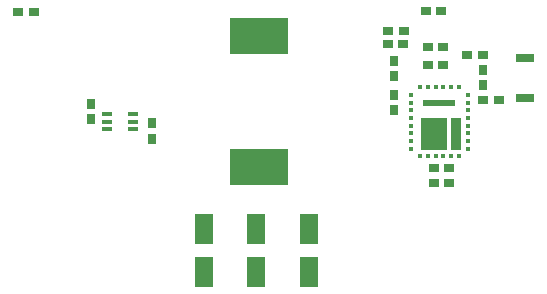
<source format=gbr>
G04 DipTrace 3.0.0.0*
G04 TopPaste.gbr*
%MOIN*%
G04 #@! TF.FileFunction,Paste,Top*
G04 #@! TF.Part,Single*
%ADD25R,0.015748X0.011811*%
%ADD27R,0.011811X0.015748*%
%ADD29R,0.106299X0.023622*%
%ADD30R,0.086614X0.111417*%
%ADD31R,0.035433X0.111417*%
%ADD32R,0.035433X0.027559*%
%ADD33R,0.027559X0.035433*%
%ADD34R,0.062992X0.102362*%
%ADD36R,0.062992X0.031496*%
%ADD37R,0.19685X0.122047*%
%ADD39R,0.035433X0.015748*%
%FSLAX26Y26*%
G04*
G70*
G90*
G75*
G01*
G04 TopPaste*
%LPD*%
D25*
X1867290Y1465192D3*
Y1439601D3*
Y1414010D3*
Y1388420D3*
Y1362829D3*
Y1337239D3*
Y1311648D3*
Y1286058D3*
D27*
X1897802Y1261451D3*
X1923392D3*
X1948983D3*
X1974573D3*
X2000164D3*
X2025755D3*
D25*
X2056266Y1286058D3*
Y1311648D3*
Y1337239D3*
Y1362829D3*
Y1388420D3*
Y1414010D3*
Y1439601D3*
Y1465192D3*
D27*
X2025755Y1489798D3*
X2000164D3*
X1974573D3*
X1948983D3*
X1923392D3*
X1897802D3*
D29*
X1961778Y1436648D3*
D30*
X1942093Y1335664D3*
D31*
X2016896D3*
D32*
X2108268Y1448608D3*
X2159449D3*
D33*
X1811024Y1464386D3*
Y1413205D3*
D32*
X1942913Y1221542D3*
X1994094D3*
X1942913Y1172110D3*
X1994094D3*
D33*
X2106299Y1547648D3*
Y1496467D3*
D32*
X1842285Y1677944D3*
X1791104D3*
D34*
X1528052Y1017591D3*
Y875858D3*
X1176543Y1017591D3*
Y875858D3*
X1352017Y1017591D3*
Y875858D3*
D36*
X2247618Y1452996D3*
Y1586854D3*
D37*
X1361888Y1662978D3*
Y1225970D3*
D39*
X940550Y1350403D3*
Y1375993D3*
Y1401584D3*
X853936D3*
Y1375993D3*
Y1350403D3*
D32*
X558228Y1740920D3*
X609409D3*
X1923228Y1623801D3*
X1974409D3*
Y1565378D3*
X1923228D3*
X2106299Y1597269D3*
X2055118D3*
X1841438Y1636012D3*
X1790257D3*
D33*
X1811024Y1528379D3*
Y1579560D3*
D32*
X1916841Y1744087D3*
X1968022D3*
D33*
X1003446Y1319129D3*
Y1370310D3*
X799274Y1436312D3*
Y1385131D3*
M02*

</source>
